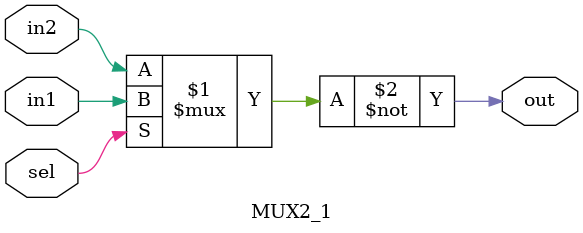
<source format=v>
module MUX2_1
(
    input wire in1, in2, sel,      //sel -> KEY0, in1 -> KEY1, in2 -> KEY2
    output wire out                //out -> LED0
);
    
    assign out = ~(sel ? in1 : in2); //取反是因为低电平才能点亮LED

endmodule
</source>
